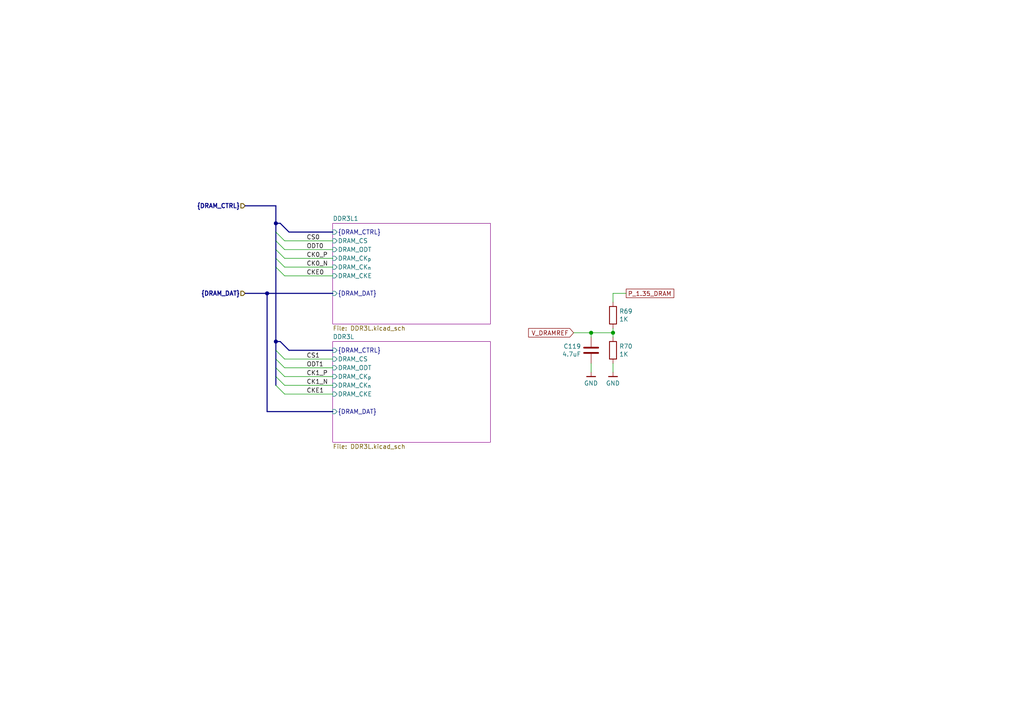
<source format=kicad_sch>
(kicad_sch (version 20201015) (generator eeschema)
  (paper "A4")
  (title_block (title "ButterStick") (date "2021-01-10") (rev "r1.0") (company "GsD") (comment 1 "Functional prototyping board for the Lattice ECP5.") (comment 2 "SYZYGY compatible"))
  (lib_symbols
    (symbol "Device:C" (pin_numbers hide) (pin_names (offset 0.254))
      (property "Reference" "C" (at 0.635 2.54 0))
      (property "Value" "C" (at 0.635 -2.54 0))
      (symbol "C_0_1"
        (polyline (pts (xy -2.032 -0.762) (xy 2.032 -0.762)) (stroke (width 0.508)))
        (polyline (pts (xy -2.032 0.762) (xy 2.032 0.762)) (stroke (width 0.508)))
      )
      (symbol "C_1_1"
        (pin passive line (at 0 3.81 270) (length 2.794) (name "~") (number "1"))
        (pin passive line (at 0 -3.81 90) (length 2.794) (name "~") (number "2"))
      )
    )
    (symbol "Device:R" (pin_numbers hide) (pin_names (offset 0))
      (property "Reference" "R" (at 2.032 0 90))
      (property "Value" "R" (at 0 0 90))
      (symbol "R_0_1"
        (rectangle (start -1.016 -2.54) (end 1.016 2.54) (stroke (width 0.254)))
      )
      (symbol "R_1_1"
        (pin passive line (at 0 3.81 270) (length 1.27) (name "~") (number "1"))
        (pin passive line (at 0 -3.81 90) (length 1.27) (name "~") (number "2"))
      )
    )
    (symbol "gkl_power:GND" (power) (pin_names (offset 0))
      (property "Value" "GND" (at 0 -2.54 0))
      (symbol "GND_0_1"
        (polyline (pts (xy 0 -1.27) (xy 0 0)))
        (polyline (pts (xy 1.27 -1.27) (xy -1.27 -1.27)) (stroke (width 0.3048)))
      )
      (symbol "GND_1_1"
        (pin power_in line (at 0 0 270) (length 0) hide (name "GND") (number "1"))
      )
    )
  )
  (junction (at 171.45 96.52) (diameter 1.016))
  (junction (at 177.8 96.52) (diameter 1.016))
  (junction (at 77.47 85.09) (diameter 1.016))
  (junction (at 80.01 64.77) (diameter 1.016))
  (junction (at 80.01 99.06) (diameter 1.016))
  (bus_entry (at 80.01 67.31) (size 2.54 2.54) (stroke (width 0.1524)))
  (bus_entry (at 80.01 69.85) (size 2.54 2.54) (stroke (width 0.1524)))
  (bus_entry (at 80.01 72.39) (size 2.54 2.54) (stroke (width 0.1524)))
  (bus_entry (at 80.01 74.93) (size 2.54 2.54) (stroke (width 0.1524)))
  (bus_entry (at 80.01 77.47) (size 2.54 2.54) (stroke (width 0.1524)))
  (bus_entry (at 80.01 101.6) (size 2.54 2.54) (stroke (width 0.1524)))
  (bus_entry (at 80.01 104.14) (size 2.54 2.54) (stroke (width 0.1524)))
  (bus_entry (at 80.01 106.68) (size 2.54 2.54) (stroke (width 0.1524)))
  (bus_entry (at 80.01 109.22) (size 2.54 2.54) (stroke (width 0.1524)))
  (bus_entry (at 80.01 111.76) (size 2.54 2.54) (stroke (width 0.1524)))
  (wire (pts (xy 82.55 69.85) (xy 96.52 69.85)))
  (wire (pts (xy 82.55 72.39) (xy 96.52 72.39)))
  (wire (pts (xy 82.55 74.93) (xy 96.52 74.93)))
  (wire (pts (xy 82.55 77.47) (xy 96.52 77.47)))
  (wire (pts (xy 82.55 80.01) (xy 96.52 80.01)))
  (wire (pts (xy 82.55 104.14) (xy 96.52 104.14)))
  (wire (pts (xy 82.55 106.68) (xy 96.52 106.68)))
  (wire (pts (xy 82.55 109.22) (xy 96.52 109.22)))
  (wire (pts (xy 82.55 111.76) (xy 96.52 111.76)))
  (wire (pts (xy 82.55 114.3) (xy 96.52 114.3)))
  (wire (pts (xy 166.37 96.52) (xy 171.45 96.52)))
  (wire (pts (xy 171.45 96.52) (xy 171.45 97.79)))
  (wire (pts (xy 171.45 96.52) (xy 177.8 96.52)))
  (wire (pts (xy 171.45 105.41) (xy 171.45 107.95)))
  (wire (pts (xy 177.8 87.63) (xy 177.8 85.09)))
  (wire (pts (xy 177.8 95.25) (xy 177.8 96.52)))
  (wire (pts (xy 177.8 96.52) (xy 177.8 97.79)))
  (wire (pts (xy 177.8 105.41) (xy 177.8 107.95)))
  (wire (pts (xy 181.61 85.09) (xy 177.8 85.09)))
  (bus (pts (xy 71.12 59.69) (xy 80.01 59.69)))
  (bus (pts (xy 71.12 85.09) (xy 77.47 85.09)))
  (bus (pts (xy 77.47 85.09) (xy 77.47 119.38)))
  (bus (pts (xy 77.47 85.09) (xy 96.52 85.09)))
  (bus (pts (xy 77.47 119.38) (xy 96.52 119.38)))
  (bus (pts (xy 80.01 59.69) (xy 80.01 64.77)))
  (bus (pts (xy 80.01 64.77) (xy 80.01 67.31)))
  (bus (pts (xy 80.01 64.77) (xy 81.28 64.77)))
  (bus (pts (xy 80.01 67.31) (xy 80.01 69.85)))
  (bus (pts (xy 80.01 69.85) (xy 80.01 72.39)))
  (bus (pts (xy 80.01 72.39) (xy 80.01 74.93)))
  (bus (pts (xy 80.01 74.93) (xy 80.01 77.47)))
  (bus (pts (xy 80.01 77.47) (xy 80.01 99.06)))
  (bus (pts (xy 80.01 99.06) (xy 80.01 101.6)))
  (bus (pts (xy 80.01 99.06) (xy 81.28 99.06)))
  (bus (pts (xy 80.01 101.6) (xy 80.01 104.14)))
  (bus (pts (xy 80.01 104.14) (xy 80.01 106.68)))
  (bus (pts (xy 80.01 106.68) (xy 80.01 109.22)))
  (bus (pts (xy 80.01 109.22) (xy 80.01 111.76)))
  (bus (pts (xy 81.28 64.77) (xy 83.82 67.31)))
  (bus (pts (xy 83.82 67.31) (xy 96.52 67.31)))
  (bus (pts (xy 83.82 101.6) (xy 81.28 99.06)))
  (bus (pts (xy 96.52 101.6) (xy 83.82 101.6)))
  (label "CS0" (at 88.9 69.85 0))
  (label "ODT0" (at 88.9 72.39 0))
  (label "CK0_P" (at 88.9 74.93 0))
  (label "CK0_N" (at 88.9 77.47 0))
  (label "CKE0" (at 88.9 80.01 0))
  (label "CS1" (at 88.9 104.14 0))
  (label "ODT1" (at 88.9 106.68 0))
  (label "CK1_P" (at 88.9 109.22 0))
  (label "CK1_N" (at 88.9 111.76 0))
  (label "CKE1" (at 88.9 114.3 0))
  (global_label "V_DRAMREF" (shape input) (at 166.37 96.52 180) (property "Intersheet References" "${INTERSHEET_REFS}" (effects hide)))
  (global_label "P_1.35_DRAM" (shape passive) (at 181.61 85.09 0) (property "Intersheet References" "${INTERSHEET_REFS}" (effects hide)))
  (hierarchical_label "{DRAM_CTRL}" (shape input) (at 71.12 59.69 180) (effects (font (thickness 0.254) bold)))
  (hierarchical_label "{DRAM_DAT}" (shape input) (at 71.12 85.09 180) (effects (font (thickness 0.254) bold)))
  (symbol (lib_id "gkl_power:GND") (at 171.45 107.95 0) (mirror y) (unit 1)
    (property "Reference" "#PWR0149" (effects hide))
    (property "Value" "GND" (at 171.4119 111.1568 0))
  )
  (symbol (lib_id "gkl_power:GND") (at 177.8 107.95 0) (mirror y) (unit 1)
    (property "Reference" "#PWR0156" (effects hide))
    (property "Value" "GND" (at 177.7619 111.1568 0))
  )
  (symbol (lib_id "Device:R") (at 177.8 91.44 0) (mirror y) (unit 1)
    (property "Reference" "R69" (at 179.5781 90.2906 0) (effects (justify right)))
    (property "Value" "1K" (at 179.5781 92.5893 0) (effects (justify right)))
    (property "Footprint" "Resistor_SMD:R_0402_1005Metric" (effects hide))
    (property "Mfg" "Yageo" (effects hide))
    (property "PN" "RC0402FR-071KL" (effects hide))
  )
  (symbol (lib_id "Device:R") (at 177.8 101.6 0) (mirror y) (unit 1)
    (property "Reference" "R70" (at 179.5781 100.4506 0) (effects (justify right)))
    (property "Value" "1K" (at 179.5781 102.7493 0) (effects (justify right)))
    (property "Footprint" "Resistor_SMD:R_0402_1005Metric" (effects hide))
    (property "Mfg" "Yageo" (effects hide))
    (property "PN" "RC0402FR-071KL" (effects hide))
  )
  (symbol (lib_id "Device:C") (at 171.45 101.6 0) (unit 1)
    (property "Reference" "C119" (at 168.529 100.4506 0) (effects (justify right)))
    (property "Value" "4.7uF" (at 168.529 102.7493 0) (effects (justify right)))
    (property "Footprint" "Capacitor_SMD:C_0402_1005Metric" (effects hide))
    (property "Mfg" "Yageo" (effects hide))
    (property "PN" "CC0402KRX5R6BB475" (effects hide))
  )
  (sheet (at 96.52 99.06) (size 45.72 29.21) (stroke (width 0.1524) (color 132 0 132 1)) (fill (color 255 255 255 1.0000))
    (property "Sheet name" "DDR3L" (at 96.52 98.4245 0) (effects (justify left bottom)))
    (property "Sheet file" "DDR3L.kicad_sch" (at 96.52 128.7785 0) (effects (justify left top)))
    (pin "{DRAM_DAT}" input (at 96.52 119.38 180))
    (pin "{DRAM_CTRL}" input (at 96.52 101.6 180))
    (pin "DRAM_CS" input (at 96.52 104.14 180))
    (pin "DRAM_ODT" input (at 96.52 106.68 180))
    (pin "DRAM_CK_{p}" input (at 96.52 109.22 180))
    (pin "DRAM_CK_{n}" input (at 96.52 111.76 180))
    (pin "DRAM_CKE" input (at 96.52 114.3 180))
  )
  (sheet (at 96.52 64.77) (size 45.72 29.21) (stroke (width 0.1524) (color 132 0 132 1)) (fill (color 255 255 255 1.0000))
    (property "Sheet name" "DDR3L1" (at 96.52 64.1345 0) (effects (justify left bottom)))
    (property "Sheet file" "DDR3L.kicad_sch" (at 96.52 94.4885 0) (effects (justify left top)))
    (pin "{DRAM_DAT}" input (at 96.52 85.09 180))
    (pin "{DRAM_CTRL}" input (at 96.52 67.31 180))
    (pin "DRAM_CS" input (at 96.52 69.85 180))
    (pin "DRAM_ODT" input (at 96.52 72.39 180))
    (pin "DRAM_CK_{p}" input (at 96.52 74.93 180))
    (pin "DRAM_CK_{n}" input (at 96.52 77.47 180))
    (pin "DRAM_CKE" input (at 96.52 80.01 180))
  )
)
</source>
